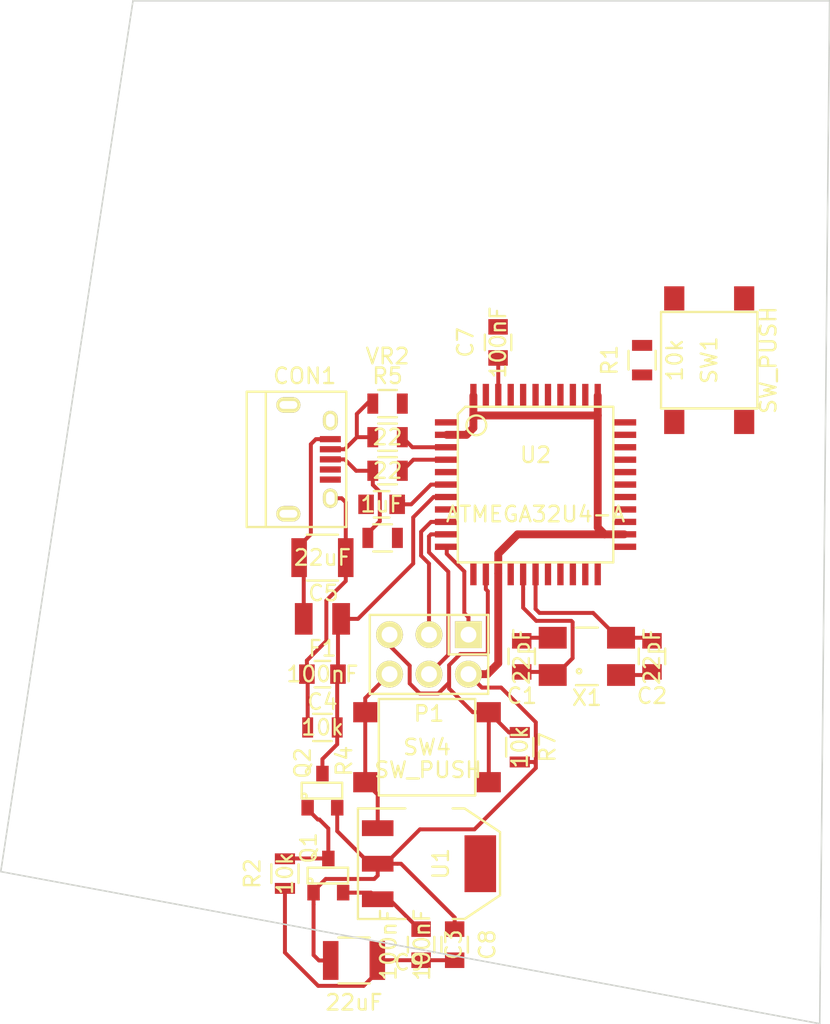
<source format=kicad_pcb>
(kicad_pcb (version 20221018) (generator pcbnew)
  (layers (0 "F.Cu" signal) (31 "B.Cu" signal) (34 "B.Paste" user) (35 "F.Paste" user) (36 "B.SilkS" user "B.Silkscreen") (37 "F.SilkS" user "F.Silkscreen") (38 "B.Mask" user) (39 "F.Mask" user) (44 "Edge.Cuts" user))
  (net 0 "")
  (net 1 "GND")
  (net 2 "/XOSC2")
  (net 3 "/XOSC1")
  (net 4 "/VUSB")
  (net 5 "/USB_VBUS")
  (net 6 "Net-(CON1-Pad2)")
  (net 7 "Net-(CON1-Pad3)")
  (net 8 "Net-(CON1-Pad4)")
  (net 9 "/USB_DM")
  (net 10 "/USB_DP")
  (net 11 "Net-(C6-Pad1)")
  (net 12 "Net-(C7-Pad1)")
  (net 13 "/MISO")
  (net 14 "VCC")
  (net 15 "/SCK")
  (net 16 "/MOSI")
  (net 17 "/nRESET")
  (net 18 "Net-(U2-Pad43)")
  (net 19 "Net-(U2-Pad35)")
  (net 20 "Net-(U2-Pad15)")
  (net 21 "Net-(U2-Pad12)")
  (net 22 "Net-(U2-Pad18)")
  (net 23 "Net-(U2-Pad19)")
  (net 24 "Net-(U2-Pad20)")
  (net 25 "Net-(U2-Pad21)")
  (net 26 "Net-(U2-Pad22)")
  (net 27 "Net-(U2-Pad28)")
  (net 28 "Net-(U2-Pad27)")
  (net 29 "Net-(U2-Pad26)")
  (net 30 "Net-(U2-Pad8)")
  (net 31 "Net-(U2-Pad25)")
  (net 32 "Net-(U2-Pad23)")
  (net 33 "Net-(U2-Pad29)")
  (net 34 "Net-(U2-Pad5)")
  (net 35 "Net-(U2-Pad30)")
  (net 36 "Net-(U2-Pad31)")
  (net 37 "Net-(U2-Pad32)")
  (net 38 "Net-(U2-Pad1)")
  (net 39 "/ADC4")
  (net 40 "/ADC1")
  (net 41 "/ADC0")
  (net 42 "/ADC5")
  (net 43 "/ADC6")
  (net 44 "/ADC7")
  (net 45 "/nDFU")
  (net 46 "+BATT")
  (net 47 "/VIN")
  (footprint "Resistors_SMD:R_0805" (layer "F.Cu") (at 53.213 116.459)
    (fp_text reference "R4" (at 1.397 2.159 90) (layer "F.SilkS"))
    (fp_text value "10k" (at 0 0) (layer "F.SilkS"))
    (fp_line (start -0.6 -0.875) (end 0.6 -0.875) (stroke (width 0.15)) (layer "F.SilkS"))
    (fp_line (start 0.6 0.875) (end -0.6 0.875) (stroke (width 0.15)) (layer "F.SilkS"))
    (pad "1" smd rect (at -0.95 0) (size 0.7 1.3) (layers "F.Cu" "F.Paste" "F.Mask") (net 1 "GND"))
    (pad "2" smd rect (at 0.95 0) (size 0.7 1.3) (layers "F.Cu" "F.Paste" "F.Mask") (net 4 "/VUSB"))
  )
  (footprint "Connect:USB_Micro-B" (layer "F.Cu") (at 53.721 97.917)
    (fp_text reference "CON1" (at -1.651 -4.064) (layer "F.SilkS"))
    (fp_text value "USB-MICRO-B" hide)
    (fp_line (start -5.38 -3.05) (end -5.38 5.65) (stroke (width 0.15)) (layer "F.SilkS"))
    (fp_line (start -5.38 -3.05) (end 1.025 -3.05) (stroke (width 0.15)) (layer "F.SilkS"))
    (fp_line (start -4.15 5.65) (end -4.15 -3.05) (stroke (width 0.15)) (layer "F.SilkS"))
    (fp_line (start 1.025 -3.05) (end 1.025 5.65) (stroke (width 0.15)) (layer "F.SilkS"))
    (fp_line (start 1.025 5.65) (end -5.38 5.65) (stroke (width 0.15)) (layer "F.SilkS"))
    (pad "1" smd rect (at 0 0) (size 1.35 0.4) (layers "F.Cu" "F.Paste" "F.Mask") (net 5 "/USB_VBUS"))
    (pad "2" smd rect (at 0 0.65) (size 1.35 0.4) (layers "F.Cu" "F.Paste" "F.Mask") (net 6 "Net-(CON1-Pad2)"))
    (pad "3" smd rect (at 0 1.3) (size 1.35 0.4) (layers "F.Cu" "F.Paste" "F.Mask") (net 7 "Net-(CON1-Pad3)"))
    (pad "4" smd rect (at 0 1.95) (size 1.35 0.4) (layers "F.Cu" "F.Paste" "F.Mask") (net 8 "Net-(CON1-Pad4)"))
    (pad "5" smd rect (at 0 2.6) (size 1.35 0.4) (layers "F.Cu" "F.Paste" "F.Mask") (net 1 "GND"))
    (pad "6" thru_hole oval (at 0 -1.2) (size 0.95 1.25) (drill oval 0.55 0.85) (layers "*.Cu" "*.Mask" "F.SilkS") (net 1 "GND"))
    (pad "7" thru_hole oval (at 0 3.8) (size 0.95 1.25) (drill oval 0.55 0.85) (layers "*.Cu" "*.Mask" "F.SilkS") (net 1 "GND"))
    (pad "8" thru_hole oval (at -2.7 -2.2) (size 1.55 1) (drill oval 1.15 0.5) (layers "*.Cu" "*.Mask" "F.SilkS") (net 1 "GND"))
    (pad "9" thru_hole oval (at -2.7 4.8) (size 1.55 1) (drill oval 1.15 0.5) (layers "*.Cu" "*.Mask" "F.SilkS") (net 1 "GND"))
  )
  (footprint "Fuse_Holders_and_Fuses:Fuse_SMD1206_Reflow" (layer "F.Cu") (at 53.213 109.474)
    (fp_text reference "F1" (at 0 1.905) (layer "F.SilkS"))
    (fp_text value "FUSE" hide)
    (pad "1" smd rect (at -1.20396 0 90) (size 2.02946 1.14046) (layers "F.Cu" "F.Paste" "F.Mask") (net 5 "/USB_VBUS"))
    (pad "2" smd rect (at 1.20396 0 90) (size 2.02946 1.14046) (layers "F.Cu" "F.Paste" "F.Mask") (net 4 "/VUSB"))
  )
  (footprint "Pin_Headers:Pin_Header_Straight_2x03" (layer "F.Cu") (at 60.071 111.76 180)
    (fp_text reference "P1" (at 0 -3.81 180) (layer "F.SilkS"))
    (fp_text value "CONN_02X03" hide)
    (fp_line (start -3.81 -2.54) (end -3.81 0) (stroke (width 0.15)) (layer "F.SilkS"))
    (fp_line (start -3.81 0) (end -1.27 0) (stroke (width 0.15)) (layer "F.SilkS"))
    (fp_line (start -3.81 2.54) (end -3.81 0) (stroke (width 0.15)) (layer "F.SilkS"))
    (fp_line (start -3.81 2.54) (end 3.81 2.54) (stroke (width 0.15)) (layer "F.SilkS"))
    (fp_line (start -1.27 -2.54) (end -3.81 -2.54) (stroke (width 0.15)) (layer "F.SilkS"))
    (fp_line (start -1.27 0) (end -1.27 2.54) (stroke (width 0.15)) (layer "F.SilkS"))
    (fp_line (start 3.81 -2.54) (end -1.27 -2.54) (stroke (width 0.15)) (layer "F.SilkS"))
    (fp_line (start 3.81 2.54) (end 3.81 -2.54) (stroke (width 0.15)) (layer "F.SilkS"))
    (pad "1" thru_hole rect (at -2.54 1.27 180) (size 1.7272 1.7272) (drill 1.016) (layers "*.Cu" "*.Mask" "F.SilkS") (net 13 "/MISO"))
    (pad "2" thru_hole oval (at -2.54 -1.27 180) (size 1.7272 1.7272) (drill 1.016) (layers "*.Cu" "*.Mask" "F.SilkS") (net 14 "VCC"))
    (pad "3" thru_hole oval (at 0 1.27 180) (size 1.7272 1.7272) (drill 1.016) (layers "*.Cu" "*.Mask" "F.SilkS") (net 15 "/SCK"))
    (pad "4" thru_hole oval (at 0 -1.27 180) (size 1.7272 1.7272) (drill 1.016) (layers "*.Cu" "*.Mask" "F.SilkS") (net 16 "/MOSI"))
    (pad "5" thru_hole oval (at 2.54 1.27 180) (size 1.7272 1.7272) (drill 1.016) (layers "*.Cu" "*.Mask" "F.SilkS") (net 17 "/nRESET"))
    (pad "6" thru_hole oval (at 2.54 -1.27 180) (size 1.7272 1.7272) (drill 1.016) (layers "*.Cu" "*.Mask" "F.SilkS") (net 1 "GND"))
  )
  (footprint "Resistors_SMD:R_0805" (layer "F.Cu") (at 57.404 97.79)
    (fp_text reference "R5" (at 0 -3.937) (layer "F.SilkS"))
    (fp_text value "22" (at 0 0) (layer "F.SilkS"))
    (fp_line (start -0.6 -0.875) (end 0.6 -0.875) (stroke (width 0.15)) (layer "F.SilkS"))
    (fp_line (start 0.6 0.875) (end -0.6 0.875) (stroke (width 0.15)) (layer "F.SilkS"))
    (pad "1" smd rect (at -0.95 0) (size 0.7 1.3) (layers "F.Cu" "F.Paste" "F.Mask") (net 6 "Net-(CON1-Pad2)"))
    (pad "2" smd rect (at 0.95 0) (size 0.7 1.3) (layers "F.Cu" "F.Paste" "F.Mask") (net 9 "/USB_DM"))
  )
  (footprint "Resistors_SMD:R_0805" (layer "F.Cu") (at 57.404 99.949)
    (fp_text reference "R6" hide)
    (fp_text value "22" (at 0 0) (layer "F.SilkS"))
    (fp_line (start -0.6 -0.875) (end 0.6 -0.875) (stroke (width 0.15)) (layer "F.SilkS"))
    (fp_line (start 0.6 0.875) (end -0.6 0.875) (stroke (width 0.15)) (layer "F.SilkS"))
    (pad "1" smd rect (at -0.95 0) (size 0.7 1.3) (layers "F.Cu" "F.Paste" "F.Mask") (net 7 "Net-(CON1-Pad3)"))
    (pad "2" smd rect (at 0.95 0) (size 0.7 1.3) (layers "F.Cu" "F.Paste" "F.Mask") (net 10 "/USB_DP"))
  )
  (footprint "Resistors_SMD:R_0805" (layer "F.Cu") (at 57.404 95.631 180)
    (fp_text reference "VR2" (at 0 3.048 180) (layer "F.SilkS"))
    (fp_text value "CG0603MLC-05E" hide)
    (fp_line (start -0.6 -0.875) (end 0.6 -0.875) (stroke (width 0.15)) (layer "F.SilkS"))
    (fp_line (start 0.6 0.875) (end -0.6 0.875) (stroke (width 0.15)) (layer "F.SilkS"))
    (pad "1" smd rect (at -0.95 0 180) (size 0.7 1.3) (layers "F.Cu" "F.Paste" "F.Mask") (net 1 "GND"))
    (pad "2" smd rect (at 0.95 0 180) (size 0.7 1.3) (layers "F.Cu" "F.Paste" "F.Mask") (net 6 "Net-(CON1-Pad2)"))
  )
  (footprint "Capacitors_SMD:C_1210" (layer "F.Cu") (at 53.213 105.537)
    (fp_text reference "C5" (at 0.0635 2.286) (layer "F.SilkS"))
    (fp_text value "22uF" (at 0 0) (layer "F.SilkS"))
    (fp_line (start -1 1.475) (end 1 1.475) (stroke (width 0.15)) (layer "F.SilkS"))
    (fp_line (start 1 -1.475) (end -1 -1.475) (stroke (width 0.15)) (layer "F.SilkS"))
    (pad "1" smd rect (at -1.5 0) (size 1 2.5) (layers "F.Cu" "F.Paste" "F.Mask") (net 5 "/USB_VBUS"))
    (pad "2" smd rect (at 1.5 0) (size 1 2.5) (layers "F.Cu" "F.Paste" "F.Mask") (net 1 "GND"))
  )
  (footprint "Capacitors_SMD:C_0805" (layer "F.Cu") (at 53.213 113.03 180)
    (fp_text reference "C4" (at 0 -1.778 180) (layer "F.SilkS"))
    (fp_text value "100nF" (at 0 0 180) (layer "F.SilkS"))
    (fp_line (start -0.5 0.85) (end 0.5 0.85) (stroke (width 0.15)) (layer "F.SilkS"))
    (fp_line (start 0.5 -0.85) (end -0.5 -0.85) (stroke (width 0.15)) (layer "F.SilkS"))
    (pad "1" smd rect (at -1 0 180) (size 1 1.25) (layers "F.Cu" "F.Paste" "F.Mask") (net 4 "/VUSB"))
    (pad "2" smd rect (at 1 0 180) (size 1 1.25) (layers "F.Cu" "F.Paste" "F.Mask") (net 1 "GND"))
  )
  (footprint "Capacitors_SMD:C_0805" (layer "F.Cu") (at 64.516 91.694 90)
    (fp_text reference "C7" (at 0 -2.1 90) (layer "F.SilkS"))
    (fp_text value "100nF" (at 0 0 90) (layer "F.SilkS"))
    (fp_line (start -0.5 0.85) (end 0.5 0.85) (stroke (width 0.15)) (layer "F.SilkS"))
    (fp_line (start 0.5 -0.85) (end -0.5 -0.85) (stroke (width 0.15)) (layer "F.SilkS"))
    (pad "1" smd rect (at -1 0 90) (size 1 1.25) (layers "F.Cu" "F.Paste" "F.Mask") (net 12 "Net-(C7-Pad1)"))
    (pad "2" smd rect (at 1 0 90) (size 1 1.25) (layers "F.Cu" "F.Paste" "F.Mask") (net 1 "GND"))
  )
  (footprint "Capacitors_SMD:C_0805" (layer "F.Cu") (at 66.04 111.887 -90)
    (fp_text reference "C1" (at 2.54 0) (layer "F.SilkS"))
    (fp_text value "22pF" (at 0 0 270) (layer "F.SilkS"))
    (fp_line (start -0.5 0.85) (end 0.5 0.85) (stroke (width 0.15)) (layer "F.SilkS"))
    (fp_line (start 0.5 -0.85) (end -0.5 -0.85) (stroke (width 0.15)) (layer "F.SilkS"))
    (pad "1" smd rect (at -1 0 270) (size 1 1.25) (layers "F.Cu" "F.Paste" "F.Mask") (net 1 "GND"))
    (pad "2" smd rect (at 1 0 270) (size 1 1.25) (layers "F.Cu" "F.Paste" "F.Mask") (net 2 "/XOSC2"))
  )
  (footprint "Capacitors_SMD:C_0805" (layer "F.Cu") (at 74.422 111.887 90)
    (fp_text reference "C2" (at -2.54 0 180) (layer "F.SilkS"))
    (fp_text value "22pF" (at 0 0 90) (layer "F.SilkS"))
    (fp_line (start -0.5 0.85) (end 0.5 0.85) (stroke (width 0.15)) (layer "F.SilkS"))
    (fp_line (start 0.5 -0.85) (end -0.5 -0.85) (stroke (width 0.15)) (layer "F.SilkS"))
    (pad "1" smd rect (at -1 0 90) (size 1 1.25) (layers "F.Cu" "F.Paste" "F.Mask") (net 1 "GND"))
    (pad "2" smd rect (at 1 0 90) (size 1 1.25) (layers "F.Cu" "F.Paste" "F.Mask") (net 3 "/XOSC1"))
  )
  (footprint "Crystals:Crystal_SMD_0603_4Pads" (layer "F.Cu") (at 70.231 111.887)
    (fp_text reference "X1" (at 0 2.667) (layer "F.SilkS"))
    (fp_text value "Crystal_SMD_-_4" hide)
    (fp_line (start -0.70104 -1.84912) (end 0.70104 -1.84912) (stroke (width 0.15)) (layer "F.SilkS"))
    (fp_line (start 0.70104 1.84912) (end -0.70104 1.84912) (stroke (width 0.15)) (layer "F.SilkS"))
    (fp_circle (center -0.50038 0.94996) (end -0.39878 1.04902) (stroke (width 0.15)) (fill none) (layer "F.SilkS"))
    (pad "1" smd rect (at -2.19964 1.19888) (size 1.80086 1.39954) (layers "F.Cu" "F.Paste" "F.Mask") (net 2 "/XOSC2"))
    (pad "2" smd rect (at 2.19964 1.19888) (size 1.80086 1.39954) (layers "F.Cu" "F.Paste" "F.Mask") (net 1 "GND"))
    (pad "3" smd rect (at 2.19964 -1.19888) (size 1.80086 1.39954) (layers "F.Cu" "F.Paste" "F.Mask") (net 3 "/XOSC1"))
    (pad "4" smd rect (at -2.19964 -1.19888) (size 1.80086 1.39954) (layers "F.Cu" "F.Paste" "F.Mask") (net 1 "GND"))
  )
  (footprint "Capacitors_SMD:C_0805" (layer "F.Cu") (at 57.023 102.108 180)
    (fp_text reference "C6" hide)
    (fp_text value "1uF" (at 0 0 180) (layer "F.SilkS"))
    (fp_line (start -0.5 0.85) (end 0.5 0.85) (stroke (width 0.15)) (layer "F.SilkS"))
    (fp_line (start 0.5 -0.85) (end -0.5 -0.85) (stroke (width 0.15)) (layer "F.SilkS"))
    (pad "1" smd rect (at -1 0 180) (size 1 1.25) (layers "F.Cu" "F.Paste" "F.Mask") (net 11 "Net-(C6-Pad1)"))
    (pad "2" smd rect (at 1 0 180) (size 1 1.25) (layers "F.Cu" "F.Paste" "F.Mask") (net 1 "GND"))
  )
  (footprint "SMD_Packages:TQFP-44" (layer "F.Cu") (at 66.929 100.838)
    (fp_text reference "U2" (at 0 -1.905) (layer "F.SilkS"))
    (fp_text value "ATMEGA32U4-A" (at 0 1.905) (layer "F.SilkS"))
    (fp_line (start -5.0038 -4.5212) (end -5.0038 5.0038) (stroke (width 0.15)) (layer "F.SilkS"))
    (fp_line (start -5.0038 -4.5212) (end -4.5212 -5.0038) (stroke (width 0.15)) (layer "F.SilkS"))
    (fp_line (start -4.5212 -5.0038) (end 5.0038 -5.0038) (stroke (width 0.15)) (layer "F.SilkS"))
    (fp_line (start 5.0038 -5.0038) (end 5.0038 5.0038) (stroke (width 0.15)) (layer "F.SilkS"))
    (fp_line (start 5.0038 5.0038) (end -5.0038 5.0038) (stroke (width 0.15)) (layer "F.SilkS"))
    (fp_circle (center -3.81 -3.81) (end -3.81 -3.175) (stroke (width 0.15)) (fill none) (layer "F.SilkS"))
    (pad "1" smd rect (at -5.715 -4.0005) (size 1.524 0.4064) (layers "F.Cu" "F.Paste" "F.Mask") (net 38 "Net-(U2-Pad1)"))
    (pad "2" smd rect (at -5.715 -3.2004) (size 1.524 0.4064) (layers "F.Cu" "F.Paste" "F.Mask") (net 14 "VCC"))
    (pad "3" smd rect (at -5.715 -2.4003) (size 1.524 0.4064) (layers "F.Cu" "F.Paste" "F.Mask") (net 9 "/USB_DM"))
    (pad "4" smd rect (at -5.715 -1.6002) (size 1.524 0.4064) (layers "F.Cu" "F.Paste" "F.Mask") (net 10 "/USB_DP"))
    (pad "5" smd rect (at -5.715 -0.8001) (size 1.524 0.4064) (layers "F.Cu" "F.Paste" "F.Mask") (net 34 "Net-(U2-Pad5)"))
    (pad "6" smd rect (at -5.715 0) (size 1.524 0.4064) (layers "F.Cu" "F.Paste" "F.Mask") (net 11 "Net-(C6-Pad1)"))
    (pad "7" smd rect (at -5.715 0.8001) (size 1.524 0.4064) (layers "F.Cu" "F.Paste" "F.Mask") (net 4 "/VUSB"))
    (pad "8" smd rect (at -5.715 1.6002) (size 1.524 0.4064) (layers "F.Cu" "F.Paste" "F.Mask") (net 30 "Net-(U2-Pad8)"))
    (pad "9" smd rect (at -5.715 2.4003) (size 1.524 0.4064) (layers "F.Cu" "F.Paste" "F.Mask") (net 15 "/SCK"))
    (pad "10" smd rect (at -5.715 3.2004) (size 1.524 0.4064) (layers "F.Cu" "F.Paste" "F.Mask") (net 16 "/MOSI"))
    (pad "11" smd rect (at -5.715 4.0005) (size 1.524 0.4064) (layers "F.Cu" "F.Paste" "F.Mask") (net 13 "/MISO"))
    (pad "12" smd rect (at -4.0005 5.715) (size 0.4064 1.524) (layers "F.Cu" "F.Paste" "F.Mask") (net 21 "Net-(U2-Pad12)"))
    (pad "13" smd rect (at -3.2004 5.715) (size 0.4064 1.524) (layers "F.Cu" "F.Paste" "F.Mask") (net 17 "/nRESET"))
    (pad "14" smd rect (at -2.4003 5.715) (size 0.4064 1.524) (layers "F.Cu" "F.Paste" "F.Mask") (net 14 "VCC"))
    (pad "15" smd rect (at -1.6002 5.715) (size 0.4064 1.524) (layers "F.Cu" "F.Paste" "F.Mask") (net 20 "Net-(U2-Pad15)"))
    (pad "16" smd rect (at -0.8001 5.715) (size 0.4064 1.524) (layers "F.Cu" "F.Paste" "F.Mask") (net 2 "/XOSC2"))
    (pad "17" smd rect (at 0 5.715) (size 0.4064 1.524) (layers "F.Cu" "F.Paste" "F.Mask") (net 3 "/XOSC1"))
    (pad "18" smd rect (at 0.8001 5.715) (size 0.4064 1.524) (layers "F.Cu" "F.Paste" "F.Mask") (net 22 "Net-(U2-Pad18)"))
    (pad "19" smd rect (at 1.6002 5.715) (size 0.4064 1.524) (layers "F.Cu" "F.Paste" "F.Mask") (net 23 "Net-(U2-Pad19)"))
    (pad "20" smd rect (at 2.4003 5.715) (size 0.4064 1.524) (layers "F.Cu" "F.Paste" "F.Mask") (net 24 "Net-(U2-Pad20)"))
    (pad "21" smd rect (at 3.2004 5.715) (size 0.4064 1.524) (layers "F.Cu" "F.Paste" "F.Mask") (net 25 "Net-(U2-Pad21)"))
    (pad "22" smd rect (at 4.0005 5.715) (size 0.4064 1.524) (layers "F.Cu" "F.Paste" "F.Mask") (net 26 "Net-(U2-Pad22)"))
    (pad "23" smd rect (at 5.715 4.0005) (size 1.524 0.4064) (layers "F.Cu" "F.Paste" "F.Mask") (net 32 "Net-(U2-Pad23)"))
    (pad "24" smd rect (at 5.715 3.2004) (size 1.524 0.4064) (layers "F.Cu" "F.Paste" "F.Mask") (net 14 "VCC"))
    (pad "25" smd rect (at 5.715 2.4003) (size 1.524 0.4064) (layers "F.Cu" "F.Paste" "F.Mask") (net 31 "Net-(U2-Pad25)"))
    (pad "26" smd rect (at 5.715 1.6002) (size 1.524 0.4064) (layers "F.Cu" "F.Paste" "F.Mask") (net 29 "Net-(U2-Pad26)"))
    (pad "27" smd rect (at 5.715 0.8001) (size 1.524 0.4064) (layers "F.Cu" "F.Paste" "F.Mask") (net 28 "Net-(U2-Pad27)"))
    (pad "28" smd rect (at 5.715 0) (size 1.524 0.4064) (layers "F.Cu" "F.Paste" "F.Mask") (net 27 "Net-(U2-Pad28)"))
    (pad "29" smd rect (at 5.715 -0.8001) (size 1.524 0.4064) (layers "F.Cu" "F.Paste" "F.Mask") (net 33 "Net-(U2-Pad29)"))
    (pad "30" smd rect (at 5.715 -1.6002) (size 1.524 0.4064) (layers "F.Cu" "F.Paste" "F.Mask") (net 35 "Net-(U2-Pad30)"))
    (pad "31" smd rect (at 5.715 -2.4003) (size 1.524 0.4064) (layers "F.Cu" "F.Paste" "F.Mask") (net 36 "Net-(U2-Pad31)"))
    (pad "32" smd rect (at 5.715 -3.2004) (size 1.524 0.4064) (layers "F.Cu" "F.Paste" "F.Mask") (net 37 "Net-(U2-Pad32)"))
    (pad "33" smd rect (at 5.715 -4.0005) (size 1.524 0.4064) (layers "F.Cu" "F.Paste" "F.Mask") (net 45 "/nDFU"))
    (pad "34" smd rect (at 4.0005 -5.715) (size 0.4064 1.524) (layers "F.Cu" "F.Paste" "F.Mask") (net 14 "VCC"))
    (pad "35" smd rect (at 3.2004 -5.715) (size 0.4064 1.524) (layers "F.Cu" "F.Paste" "F.Mask") (net 19 "Net-(U2-Pad35)"))
    (pad "36" smd rect (at 2.4003 -5.715) (size 0.4064 1.524) (layers "F.Cu" "F.Paste" "F.Mask") (net 44 "/ADC7"))
    (pad "37" smd rect (at 1.6002 -5.715) (size 0.4064 1.524) (layers "F.Cu" "F.Paste" "F.Mask") (net 43 "/ADC6"))
    (pad "38" smd rect (at 0.8001 -5.715) (size 0.4064 1.524) (layers "F.Cu" "F.Paste" "F.Mask") (net 42 "/ADC5"))
    (pad "39" smd rect (at 0 -5.715) (size 0.4064 1.524) (layers "F.Cu" "F.Paste" "F.Mask") (net 39 "/ADC4"))
    (pad "40" smd rect (at -0.8001 -5.715) (size 0.4064 1.524) (layers "F.Cu" "F.Paste" "F.Mask") (net 40 "/ADC1"))
    (pad "41" smd rect (at -1.6002 -5.715) (size 0.4064 1.524) (layers "F.Cu" "F.Paste" "F.Mask") (net 41 "/ADC0"))
    (pad "42" smd rect (at -2.4003 -5.715) (size 0.4064 1.524) (layers "F.Cu" "F.Paste" "F.Mask") (net 12 "Net-(C7-Pad1)"))
    (pad "43" smd rect (at -3.2004 -5.715) (size 0.4064 1.524) (layers "F.Cu" "F.Paste" "F.Mask") (net 18 "Net-(U2-Pad43)"))
    (pad "44" smd rect (at -4.0005 -5.715) (size 0.4064 1.524) (layers "F.Cu" "F.Paste" "F.Mask") (net 14 "VCC"))
  )
  (footprint "Resistors_SMD:R_0805" (layer "F.Cu") (at 57.0865 104.267 180)
    (fp_text reference "VR1" hide)
    (fp_text value "CG0603MLC-05E" hide)
    (fp_line (start -0.6 -0.875) (end 0.6 -0.875) (stroke (width 0.15)) (layer "F.SilkS"))
    (fp_line (start 0.6 0.875) (end -0.6 0.875) (stroke (width 0.15)) (layer "F.SilkS"))
    (pad "1" smd rect (at -0.95 0 180) (size 0.7 1.3) (layers "F.Cu" "F.Paste" "F.Mask") (net 1 "GND"))
    (pad "2" smd rect (at 0.95 0 180) (size 0.7 1.3) (layers "F.Cu" "F.Paste" "F.Mask") (net 7 "Net-(CON1-Pad3)"))
  )
  (footprint "Capacitors_SMD:C_0805" (layer "F.Cu") (at 59.563 130.429 -90)
    (fp_text reference "C3" (at 0 -2.1 270) (layer "F.SilkS"))
    (fp_text value "100nF" (at 0 2.1 270) (layer "F.SilkS"))
    (fp_line (start -0.5 0.85) (end 0.5 0.85) (stroke (width 0.15)) (layer "F.SilkS"))
    (fp_line (start 0.5 -0.85) (end -0.5 -0.85) (stroke (width 0.15)) (layer "F.SilkS"))
    (pad "1" smd rect (at -1 0 270) (size 1 1.25) (layers "F.Cu" "F.Paste" "F.Mask") (net 47 "/VIN"))
    (pad "2" smd rect (at 1 0 270) (size 1 1.25) (layers "F.Cu" "F.Paste" "F.Mask") (net 1 "GND"))
  )
  (footprint "Capacitors_SMD:C_0805" (layer "F.Cu") (at 61.722 130.429 -90)
    (fp_text reference "C8" (at 0 -2.1 270) (layer "F.SilkS"))
    (fp_text value "100nF" (at 0 2.1 270) (layer "F.SilkS"))
    (fp_line (start -0.5 0.85) (end 0.5 0.85) (stroke (width 0.15)) (layer "F.SilkS"))
    (fp_line (start 0.5 -0.85) (end -0.5 -0.85) (stroke (width 0.15)) (layer "F.SilkS"))
    (pad "1" smd rect (at -1 0 270) (size 1 1.25) (layers "F.Cu" "F.Paste" "F.Mask") (net 14 "VCC"))
    (pad "2" smd rect (at 1 0 270) (size 1 1.25) (layers "F.Cu" "F.Paste" "F.Mask") (net 1 "GND"))
  )
  (footprint "Capacitors_SMD:C_1210" (layer "F.Cu") (at 55.245 131.445)
    (fp_text reference "C9" (at 3.556 0.127) (layer "F.SilkS"))
    (fp_text value "22uF" (at 0 2.7) (layer "F.SilkS"))
    (fp_line (start -1 1.475) (end 1 1.475) (stroke (width 0.15)) (layer "F.SilkS"))
    (fp_line (start 1 -1.475) (end -1 -1.475) (stroke (width 0.15)) (layer "F.SilkS"))
    (pad "1" smd rect (at -1.5 0) (size 1 2.5) (layers "F.Cu" "F.Paste" "F.Mask") (net 14 "VCC"))
    (pad "2" smd rect (at 1.5 0) (size 1 2.5) (layers "F.Cu" "F.Paste" "F.Mask") (net 1 "GND"))
  )
  (footprint "SMD_Packages:SOT-23" (layer "F.Cu") (at 53.594 125.984)
    (fp_text reference "Q1" (at -1.27 -1.778 270) (layer "F.SilkS"))
    (fp_text value "PMV48XP" hide)
    (fp_line (start -1.3335 -0.508) (end -1.3335 0.508) (stroke (width 0.15)) (layer "F.SilkS"))
    (fp_line (start -1.3335 -0.508) (end 1.27 -0.508) (stroke (width 0.15)) (layer "F.SilkS"))
    (fp_line (start 1.27 -0.508) (end 1.27 0.508) (stroke (width 0.15)) (layer "F.SilkS"))
    (fp_line (start 1.27 0.508) (end -1.3335 0.508) (stroke (width 0.15)) (layer "F.SilkS"))
    (fp_circle (center -1.17602 0.35052) (end -1.30048 0.44958) (stroke (width 0.15)) (fill none) (layer "F.SilkS"))
    (pad "1" smd rect (at -0.9525 1.09982) (size 0.8001 1.00076) (layers "F.Cu" "F.Paste" "F.Mask") (net 14 "VCC"))
    (pad "2" smd rect (at 0.9525 1.09982) (size 0.8001 1.00076) (layers "F.Cu" "F.Paste" "F.Mask") (net 47 "/VIN"))
    (pad "3" smd rect (at 0 -1.09982) (size 0.8001 1.00076) (layers "F.Cu" "F.Paste" "F.Mask") (net 46 "+BATT"))
  )
  (footprint "SMD_Packages:SOT-23" (layer "F.Cu") (at 53.213 120.523)
    (fp_text reference "Q2" (at -1.27 -1.778 90) (layer "F.SilkS"))
    (fp_text value "PMV48XP" hide)
    (fp_line (start -1.3335 -0.508) (end -1.3335 0.508) (stroke (width 0.15)) (layer "F.SilkS"))
    (fp_line (start -1.3335 -0.508) (end 1.27 -0.508) (stroke (width 0.15)) (layer "F.SilkS"))
    (fp_line (start 1.27 -0.508) (end 1.27 0.508) (stroke (width 0.15)) (layer "F.SilkS"))
    (fp_line (start 1.27 0.508) (end -1.3335 0.508) (stroke (width 0.15)) (layer "F.SilkS"))
    (fp_circle (center -1.17602 0.35052) (end -1.30048 0.44958) (stroke (width 0.15)) (fill none) (layer "F.SilkS"))
    (pad "1" smd rect (at -0.9525 1.09982) (size 0.8001 1.00076) (layers "F.Cu" "F.Paste" "F.Mask") (net 46 "+BATT"))
    (pad "2" smd rect (at 0.9525 1.09982) (size 0.8001 1.00076) (layers "F.Cu" "F.Paste" "F.Mask") (net 14 "VCC"))
    (pad "3" smd rect (at 0 -1.09982) (size 0.8001 1.00076) (layers "F.Cu" "F.Paste" "F.Mask") (net 4 "/VUSB"))
  )
  (footprint "Resistors_SMD:R_0805" (layer "F.Cu") (at 73.787 92.837 90)
    (fp_text reference "R1" (at 0 -2.1 90) (layer "F.SilkS"))
    (fp_text value "10k" (at 0 2.1 90) (layer "F.SilkS"))
    (fp_line (start -0.6 -0.875) (end 0.6 -0.875) (stroke (width 0.15)) (layer "F.SilkS"))
    (fp_line (start 0.6 0.875) (end -0.6 0.875) (stroke (width 0.15)) (layer "F.SilkS"))
    (pad "1" smd rect (at -0.95 0 90) (size 0.7 1.3) (layers "F.Cu" "F.Paste" "F.Mask") (net 45 "/nDFU"))
    (pad "2" smd rect (at 0.95 0 90) (size 0.7 1.3) (layers "F.Cu" "F.Paste" "F.Mask") (net 14 "VCC"))
  )
  (footprint "Resistors_SMD:R_0805" (layer "F.Cu") (at 50.8 125.857 90)
    (fp_text reference "R2" (at 0 -2.1 90) (layer "F.SilkS"))
    (fp_text value "10k" (at 0 0 90) (layer "F.SilkS"))
    (fp_line (start -0.6 -0.875) (end 0.6 -0.875) (stroke (width 0.15)) (layer "F.SilkS"))
    (fp_line (start 0.6 0.875) (end -0.6 0.875) (stroke (width 0.15)) (layer "F.SilkS"))
    (pad "1" smd rect (at -0.95 0 90) (size 0.7 1.3) (layers "F.Cu" "F.Paste" "F.Mask") (net 1 "GND"))
    (pad "2" smd rect (at 0.95 0 90) (size 0.7 1.3) (layers "F.Cu" "F.Paste" "F.Mask") (net 46 "+BATT"))
  )
  (footprint "NQBit:SW4" (layer "F.Cu") (at 59.944 117.729)
    (fp_text reference "SW4" (at 0 0) (layer "F.SilkS"))
    (fp_text value "SW_PUSH" (at 0.0635 1.4605) (layer "F.SilkS"))
    (fp_line (start -3.1 -3.1) (end 3.1 -3.1) (stroke (width 0.15)) (layer "F.SilkS"))
    (fp_line (start -3.1 3.1) (end -3.1 -3.1) (stroke (width 0.15)) (layer "F.SilkS"))
    (fp_line (start 3.1 -3.1) (end 3.1 3.1) (stroke (width 0.15)) (layer "F.SilkS"))
    (fp_line (start 3.1 3.1) (end -3.1 3.1) (stroke (width 0.15)) (layer "F.SilkS"))
    (pad "1" smd rect (at -3.975 -2.25) (size 1.55 1.3) (layers "F.Cu" "F.Paste" "F.Mask") (net 1 "GND"))
    (pad "1" smd rect (at -3.975 2.25) (size 1.55 1.3) (layers "F.Cu" "F.Paste" "F.Mask") (net 1 "GND"))
    (pad "2" smd rect (at 3.975 -2.25) (size 1.55 1.3) (layers "F.Cu" "F.Paste" "F.Mask") (net 17 "/nRESET"))
    (pad "2" smd rect (at 3.975 2.25) (size 1.55 1.3) (layers "F.Cu" "F.Paste" "F.Mask") (net 17 "/nRESET"))
  )
  (footprint "Resistors_SMD:R_0805" (layer "F.Cu") (at 65.913 117.729 -90)
    (fp_text reference "R7" (at 0 -1.778 270) (layer "F.SilkS"))
    (fp_text value "10k" (at 0 0 270) (layer "F.SilkS"))
    (fp_line (start -0.6 -0.875) (end 0.6 -0.875) (stroke (width 0.15)) (layer "F.SilkS"))
    (fp_line (start 0.6 0.875) (end -0.6 0.875) (stroke (width 0.15)) (layer "F.SilkS"))
    (pad "1" smd rect (at -0.95 0 270) (size 0.7 1.3) (layers "F.Cu" "F.Paste" "F.Mask") (net 17 "/nRESET"))
    (pad "2" smd rect (at 0.95 0 270) (size 0.7 1.3) (layers "F.Cu" "F.Paste" "F.Mask") (net 14 "VCC"))
  )
  (footprint "NQBit:SW4" (layer "F.Cu") (at 78.105 92.837 -90)
    (fp_text reference "SW1" (at 0 0 270) (layer "F.SilkS"))
    (fp_text value "SW_PUSH" (at 0 -3.81 270) (layer "F.SilkS"))
    (fp_line (start -3.1 -3.1) (end 3.1 -3.1) (stroke (width 0.15)) (layer "F.SilkS"))
    (fp_line (start -3.1 3.1) (end -3.1 -3.1) (stroke (width 0.15)) (layer "F.SilkS"))
    (fp_line (start 3.1 -3.1) (end 3.1 3.1) (stroke (width 0.15)) (layer "F.SilkS"))
    (fp_line (start 3.1 3.1) (end -3.1 3.1) (stroke (width 0.15)) (layer "F.SilkS"))
    (pad "1" smd rect (at -3.975 -2.25 270) (size 1.55 1.3) (layers "F.Cu" "F.Paste" "F.Mask") (net 1 "GND"))
    (pad "1" smd rect (at -3.975 2.25 270) (size 1.55 1.3) (layers "F.Cu" "F.Paste" "F.Mask") (net 1 "GND"))
    (pad "2" smd rect (at 3.975 -2.25 270) (size 1.55 1.3) (layers "F.Cu" "F.Paste" "F.Mask") (net 45 "/nDFU"))
    (pad "2" smd rect (at 3.975 2.25 270) (size 1.55 1.3) (layers "F.Cu" "F.Paste" "F.Mask") (net 45 "/nDFU"))
  )
  (footprint "SMD_Packages:SOT-223" (layer "F.Cu") (at 60.071 125.222 -90)
    (fp_text reference "U1" (at 0 -0.762 270) (layer "F.SilkS"))
    (fp_text value "NCP1117ST50T3G" hide)
    (fp_line (start -3.556 -2.286) (end -2.032 -4.572) (stroke (width 0.15)) (layer "F.SilkS"))
    (fp_line (start -3.556 -1.524) (end -3.556 -2.286) (stroke (width 0.15)) (layer "F.SilkS"))
    (fp_line (start -3.556 1.524) (end -3.556 4.572) (stroke (width 0.15)) (layer "F.SilkS"))
    (fp_line (start -3.556 4.572) (end 3.556 4.572) (stroke (width 0.15)) (layer "F.SilkS"))
    (fp_line (start -2.032 -4.572) (end 2.032 -4.572) (stroke (width 0.15)) (layer "F.SilkS"))
    (fp_line (start 2.032 -4.572) (end 3.556 -2.286) (stroke (width 0.15)) (layer "F.SilkS"))
    (fp_line (start 3.556 -2.286) (end 3.556 -1.524) (stroke (width 0.15)) (layer "F.SilkS"))
    (fp_line (start 3.556 4.572) (end 3.556 1.524) (stroke (width 0.15)) (layer "F.SilkS"))
    (pad "1" smd rect (at -2.286 3.302 270) (size 1.016 2.032) (layers "F.Cu" "F.Paste" "F.Mask") (net 1 "GND"))
    (pad "2" smd rect (at 0 -3.302 270) (size 3.6576 2.032) (layers "F.Cu" "F.Paste" "F.Mask"))
    (pad "2" smd rect (at 0 3.302 270) (size 1.016 2.032) (layers "F.Cu" "F.Paste" "F.Mask") (net 14 "VCC"))
    (pad "3" smd rect (at 2.286 3.302 270) (size 1.016 2.032) (layers "F.Cu" "F.Paste" "F.Mask") (net 47 "/VIN"))
  )
  (gr_line (start 41.021 69.723) (end 32.512 125.73) (stroke (width 0.1)) (layer "Edge.Cuts"))
  (gr_line (start 85.852 69.723) (end 85.217 135.509) (stroke (width 0.1)) (layer "Edge.Cuts"))
  (gr_line (start 41.021 69.723) (end 85.852 69.723) (stroke (width 0.1)) (layer "Edge.Cuts"))
  (gr_line (start 85.217 135.509) (end 32.512 125.73) (stroke (width 0.1)) (layer "Edge.Cuts"))
  (segment (start 54.713 107.041) (end 54.713 105.537) (width 0.254) (layer "F.Cu") (net 1))
  (segment (start 55.969 114.575) (end 57.514 113.03) (width 0.254) (layer "F.Cu") (net 1))
  (segment (start 56.745 132.195) (end 56.745 131.445) (width 0.254) (layer "F.Cu") (net 1))
  (segment (start 52.213 112.151) (end 53.465729 110.898271) (width 0.254) (layer "F.Cu") (net 1))
  (segment (start 72.43064 113.08588) (end 74.22312 113.08588) (width 0.254) (layer "F.Cu") (net 1))
  (segment (start 52.263 116.459) (end 52.263 116.759) (width 0.254) (layer "F.Cu") (net 1))
  (segment (start 52.263 116.459) (end 52.263 113.08) (width 0.254) (layer "F.Cu") (net 1))
  (segment (start 53.465729 108.288271) (end 54.713 107.041) (width 0.254) (layer "F.Cu") (net 1))
  (segment (start 56.761 131.429) (end 56.745 131.445) (width 0.254) (layer "F.Cu") (net 1))
  (segment (start 50.8 126.807) (end 50.8 130.935802) (width 0.254) (layer "F.Cu") (net 1))
  (segment (start 56.769 122.936) (end 56.769 120.779) (width 0.254) (layer "F.Cu") (net 1))
  (segment (start 74.22312 113.08588) (end 74.422 112.887) (width 0.254) (layer "F.Cu") (net 1))
  (segment (start 55.863999 133.076001) (end 56.745 132.195) (width 0.254) (layer "F.Cu") (net 1))
  (segment (start 52.940199 133.076001) (end 55.863999 133.076001) (width 0.254) (layer "F.Cu") (net 1))
  (segment (start 53.465729 110.898271) (end 53.465729 108.288271) (width 0.254) (layer "F.Cu") (net 1))
  (segment (start 56.769 120.779) (end 55.969 119.979) (width 0.254) (layer "F.Cu") (net 1))
  (segment (start 57.514 113.03) (end 57.531 113.03) (width 0.254) (layer "F.Cu") (net 1))
  (segment (start 55.969 115.479) (end 55.969 114.575) (width 0.254) (layer "F.Cu") (net 1))
  (segment (start 54.713 101.98) (end 54.45 101.717) (width 0.254) (layer "F.Cu") (net 1))
  (segment (start 52.213 113.03) (end 52.213 112.151) (width 0.254) (layer "F.Cu") (net 1))
  (segment (start 54.713 105.537) (end 54.713 101.98) (width 0.254) (layer "F.Cu") (net 1))
  (segment (start 54.45 101.717) (end 53.721 101.717) (width 0.254) (layer "F.Cu") (net 1))
  (segment (start 66.23888 110.68812) (end 66.04 110.887) (width 0.254) (layer "F.Cu") (net 1))
  (segment (start 50.8 130.935802) (end 52.940199 133.076001) (width 0.254) (layer "F.Cu") (net 1))
  (segment (start 55.969 119.979) (end 55.969 115.479) (width 0.254) (layer "F.Cu") (net 1))
  (segment (start 52.263 113.08) (end 52.213 113.03) (width 0.254) (layer "F.Cu") (net 1))
  (segment (start 68.03136 110.68812) (end 66.23888 110.68812) (width 0.254) (layer "F.Cu") (net 1))
  (segment (start 59.563 131.429) (end 56.761 131.429) (width 0.254) (layer "F.Cu") (net 1))
  (segment (start 59.563 131.429) (end 61.722 131.429) (width 0.254) (layer "F.Cu") (net 1))
  (segment (start 66.1289 107.569) (end 66.1289 106.553) (width 0.254) (layer "F.Cu") (net 2))
  (segment (start 69.312791 112.005109) (end 69.312791 109.683549) (width 0.254) (layer "F.Cu") (net 2))
  (segment (start 66.1289 108.757334) (end 66.1289 107.569) (width 0.254) (layer "F.Cu") (net 2))
  (segment (start 69.230252 109.60101) (end 66.972575 109.601009) (width 0.254) (layer "F.Cu") (net 2))
  (segment (start 66.04 112.887) (end 67.83248 112.887) (width 0.254) (layer "F.Cu") (net 2))
  (segment (start 68.23202 113.08588) (end 69.312791 112.005109) (width 0.254) (layer "F.Cu") (net 2))
  (segment (start 67.83248 112.887) (end 68.03136 113.08588) (width 0.254) (layer "F.Cu") (net 2))
  (segment (start 68.03136 113.08588) (end 68.23202 113.08588) (width 0.254) (layer "F.Cu") (net 2))
  (segment (start 69.312791 109.683549) (end 69.230252 109.60101) (width 0.254) (layer "F.Cu") (net 2))
  (segment (start 66.972575 109.601009) (end 66.1289 108.757334) (width 0.254) (layer "F.Cu") (net 2))
  (segment (start 66.929 108.839) (end 66.929 106.553) (width 0.254) (layer "F.Cu") (net 3))
  (segment (start 70.63486 109.093) (end 67.183 109.093) (width 0.254) (layer "F.Cu") (net 3))
  (segment (start 67.183 109.093) (end 66.929 108.839) (width 0.254) (layer "F.Cu") (net 3))
  (segment (start 72.43064 110.68812) (end 72.22998 110.68812) (width 0.254) (layer "F.Cu") (net 3))
  (segment (start 72.43064 110.68812) (end 74.22312 110.68812) (width 0.254) (layer "F.Cu") (net 3))
  (segment (start 74.22312 110.68812) (end 74.422 110.887) (width 0.254) (layer "F.Cu") (net 3))
  (segment (start 72.22998 110.68812) (end 70.63486 109.093) (width 0.254) (layer "F.Cu") (net 3))
  (segment (start 54.213 113.03) (end 54.213 109.67796) (width 0.254) (layer "F.Cu") (net 4))
  (segment (start 53.213 119.42318) (end 53.213 118.491) (width 0.254) (layer "F.Cu") (net 4))
  (segment (start 54.163 116.459) (end 54.163 113.08) (width 0.254) (layer "F.Cu") (net 4))
  (segment (start 54.163 113.08) (end 54.213 113.03) (width 0.254) (layer "F.Cu") (net 4))
  (segment (start 60.363098 101.6381) (end 59.054979 102.946219) (width 0.254) (layer "F.Cu") (net 4))
  (segment (start 54.213 109.67796) (end 54.41696 109.474) (width 0.254) (layer "F.Cu") (net 4))
  (segment (start 61.214 101.6381) (end 60.363098 101.6381) (width 0.254) (layer "F.Cu") (net 4))
  (segment (start 55.498958 109.474) (end 54.41696 109.474) (width 0.254) (layer "F.Cu") (net 4))
  (segment (start 53.213 118.491) (end 54.163 117.541) (width 0.254) (layer "F.Cu") (net 4))
  (segment (start 59.054979 105.917979) (end 55.498958 109.474) (width 0.254) (layer "F.Cu") (net 4))
  (segment (start 54.41696 109.474) (end 54.41696 109.0295) (width 0.254) (layer "F.Cu") (net 4))
  (segment (start 54.163 117.541) (end 54.163 116.459) (width 0.254) (layer "F.Cu") (net 4))
  (segment (start 59.054979 102.946219) (end 59.054979 105.917979) (width 0.254) (layer "F.Cu") (net 4))
  (segment (start 53.721 97.917) (end 53.88158 97.917) (width 0.254) (layer "F.Cu") (net 5))
  (segment (start 52.467 104.033) (end 51.713 104.787) (width 0.254) (layer "F.Cu") (net 5))
  (segment (start 51.713 104.787) (end 51.713 105.537) (width 0.254) (layer "F.Cu") (net 5))
  (segment (start 52.00904 105.83304) (end 51.713 105.537) (width 0.254) (layer "F.Cu") (net 5))
  (segment (start 53.721 97.917) (end 52.792 97.917) (width 0.254) (layer "F.Cu") (net 5))
  (segment (start 52.00904 109.474) (end 52.00904 105.83304) (width 0.254) (layer "F.Cu") (net 5))
  (segment (start 52.467 98.242) (end 52.467 104.033) (width 0.254) (layer "F.Cu") (net 5))
  (segment (start 52.792 97.917) (end 52.467 98.242) (width 0.254) (layer "F.Cu") (net 5))
  (segment (start 53.721 98.567) (end 54.65 98.567) (width 0.254) (layer "F.Cu") (net 6))
  (segment (start 55.427 96.292) (end 55.427 97.79) (width 0.254) (layer "F.Cu") (net 6))
  (segment (start 56.454 95.265) (end 55.427 96.292) (width 0.254) (layer "F.Cu") (net 6))
  (segment (start 54.65 98.567) (end 55.427 97.79) (width 0.254) (layer "F.Cu") (net 6))
  (segment (start 55.427 97.79) (end 56.454 97.79) (width 0.254) (layer "F.Cu") (net 6))
  (segment (start 56.904001 103.199499) (end 56.904001 101.303001) (width 0.254) (layer "F.Cu") (net 7))
  (segment (start 55.382 99.949) (end 56.454 99.949) (width 0.254) (layer "F.Cu") (net 7))
  (segment (start 56.1365 104.267) (end 56.1365 103.967) (width 0.254) (layer "F.Cu") (net 7))
  (segment (start 56.1365 103.967) (end 56.904001 103.199499) (width 0.254) (layer "F.Cu") (net 7))
  (segment (start 56.904001 101.303001) (end 56.454 100.853) (width 0.254) (layer "F.Cu") (net 7))
  (segment (start 54.65 99.217) (end 55.382 99.949) (width 0.254) (layer "F.Cu") (net 7))
  (segment (start 56.454 100.853) (end 56.454 99.949) (width 0.254) (layer "F.Cu") (net 7))
  (segment (start 53.721 99.217) (end 54.65 99.217) (width 0.254) (layer "F.Cu") (net 7))
  (segment (start 61.214 98.4377) (end 59.0017 98.4377) (width 0.254) (layer "F.Cu") (net 9))
  (segment (start 59.0017 98.4377) (end 58.354 97.79) (width 0.254) (layer "F.Cu") (net 9))
  (segment (start 61.214 99.2378) (end 59.0652 99.2378) (width 0.254) (layer "F.Cu") (net 10))
  (segment (start 59.0652 99.2378) (end 58.354 99.949) (width 0.254) (layer "F.Cu") (net 10))
  (segment (start 58.928 102.108) (end 58.023 102.108) (width 0.254) (layer "F.Cu") (net 11))
  (segment (start 60.198 100.838) (end 58.928 102.108) (width 0.254) (layer "F.Cu") (net 11))
  (segment (start 61.214 100.838) (end 60.198 100.838) (width 0.254) (layer "F.Cu") (net 11))
  (segment (start 58.404 102.108) (end 58.404 101.838755) (width 0.254) (layer "F.Cu") (net 11))
  (segment (start 64.5287 95.123) (end 64.5287 92.7067) (width 0.254) (layer "F.Cu") (net 12))
  (segment (start 64.5287 92.7067) (end 64.516 92.694) (width 0.254) (layer "F.Cu") (net 12))
  (segment (start 62.344299 106.425999) (end 62.344299 109.105699) (width 0.254) (layer "F.Cu") (net 13))
  (segment (start 60.6552 104.8385) (end 61.214 104.8385) (width 0.254) (layer "F.Cu") (net 13))
  (segment (start 61.214 105.2957) (end 62.344299 106.425999) (width 0.254) (layer "F.Cu") (net 13))
  (segment (start 62.611 109.3724) (end 62.611 110.49) (width 0.254) (layer "F.Cu") (net 13))
  (segment (start 61.214 104.8385) (end 61.214 105.2957) (width 0.254) (layer "F.Cu") (net 13))
  (segment (start 62.344299 109.105699) (end 62.611 109.3724) (width 0.254) (layer "F.Cu") (net 13))
  (segment (start 52.6415 126.98349) (end 52.6415 127.08382) (width 0.254) (layer "F.Cu") (net 14))
  (segment (start 62.611 113.03) (end 63.474599 113.893599) (width 0.254) (layer "F.Cu") (net 14))
  (segment (start 66.944001 116.124199) (end 66.944001 119.064801) (width 0.254) (layer "F.Cu") (net 14))
  (segment (start 58.269 125.222) (end 58.039 125.222) (width 0.254) (layer "F.Cu") (net 14))
  (segment (start 66.944001 118.806001) (end 66.944001 119.064801) (width 0.254) (layer "F.Cu") (net 14))
  (segment (start 72.644 104.0384) (end 71.374 104.0384) (width 0.508) (layer "F.Cu") (net 14))
  (segment (start 71.374 104.0384) (end 70.929499 103.593899) (width 0.508) (layer "F.Cu") (net 14))
  (segment (start 63.832314 113.03) (end 62.611 113.03) (width 0.508) (layer "F.Cu") (net 14))
  (segment (start 70.929499 103.593899) (end 70.929499 96.393001) (width 0.508) (layer "F.Cu") (net 14))
  (segment (start 62.9285 96.393) (end 62.9285 95.123) (width 0.508) (layer "F.Cu") (net 14))
  (segment (start 52.6415 127.8382) (end 52.6415 127.08382) (width 0.254) (layer "F.Cu") (net 14))
  (segment (start 52.6415 131.0955) (end 52.6415 127.8382) (width 0.254) (layer "F.Cu") (net 14))
  (segment (start 61.722 129.429) (end 61.722 128.675) (width 0.254) (layer "F.Cu") (net 14))
  (segment (start 65.7733 104.0384) (end 71.374 104.0384) (width 0.508) (layer "F.Cu") (net 14))
  (segment (start 64.5287 112.333614) (end 63.832314 113.03) (width 0.508) (layer "F.Cu") (net 14))
  (segment (start 61.722 128.675) (end 58.269 125.222) (width 0.254) (layer "F.Cu") (net 14))
  (segment (start 54.1655 121.62282) (end 54.1655 123.1265) (width 0.254) (layer "F.Cu") (net 14))
  (segment (start 62.996603 123.012199) (end 59.486801 123.012199) (width 0.254) (layer "F.Cu") (net 14))
  (segment (start 62.9285 97.1931) (end 62.9285 96.393) (width 0.508) (layer "F.Cu") (net 14))
  (segment (start 56.769 125.984) (end 56.550561 126.202439) (width 0.254) (layer "F.Cu") (net 14))
  (segment (start 54.1655 123.1265) (end 56.261 125.222) (width 0.254) (layer "F.Cu") (net 14))
  (segment (start 53.745 131.445) (end 52.991 131.445) (width 0.254) (layer "F.Cu") (net 14))
  (segment (start 62.928501 96.393001) (end 62.9285 96.393) (width 0.508) (layer "F.Cu") (net 14))
  (segment (start 58.039 125.222) (end 56.769 125.222) (width 0.254) (layer "F.Cu") (net 14))
  (segment (start 66.944001 119.064801) (end 62.996603 123.012199) (width 0.254) (layer "F.Cu") (net 14))
  (segment (start 57.277 125.222) (end 56.769 125.222) (width 0.254) (layer "F.Cu") (net 14))
  (segment (start 70.9295 95.123) (end 70.929499 96.393001) (width 0.508) (layer "F.Cu") (net 14))
  (segment (start 65.913 118.679) (end 66.817 118.679) (width 0.254) (layer "F.Cu") (net 14))
  (segment (start 59.486801 123.012199) (end 57.277 125.222) (width 0.254) (layer "F.Cu") (net 14))
  (segment (start 56.261 125.222) (end 56.769 125.222) (width 0.254) (layer "F.Cu") (net 14))
  (segment (start 64.713401 113.893599) (end 66.944001 116.124199) (width 0.254) (layer "F.Cu") (net 14))
  (segment (start 53.422551 126.202439) (end 52.6415 126.98349) (width 0.254) (layer "F.Cu") (net 14))
  (segment (start 63.474599 113.893599) (end 64.713401 113.893599) (width 0.254) (layer "F.Cu") (net 14))
  (segment (start 62.484 97.6376) (end 62.9285 97.1931) (width 0.508) (layer "F.Cu") (net 14))
  (segment (start 64.5287 106.553) (end 64.5287 105.283) (width 0.508) (layer "F.Cu") (net 14))
  (segment (start 61.214 97.6376) (end 62.484 97.6376) (width 0.508) (layer "F.Cu") (net 14))
  (segment (start 56.550561 126.202439) (end 53.422551 126.202439) (width 0.254) (layer "F.Cu") (net 14))
  (segment (start 52.991 131.445) (end 52.6415 131.0955) (width 0.254) (layer "F.Cu") (net 14))
  (segment (start 64.5287 105.283) (end 65.7733 104.0384) (width 0.508) (layer "F.Cu") (net 14))
  (segment (start 56.769 125.222) (end 56.769 125.984) (width 0.254) (layer "F.Cu") (net 14))
  (segment (start 66.817 118.679) (end 66.944001 118.806001) (width 0.254) (layer "F.Cu") (net 14))
  (segment (start 70.929499 96.393001) (end 62.928501 96.393001) (width 0.508) (layer "F.Cu") (net 14))
  (segment (start 64.5287 106.553) (end 64.5287 112.333614) (width 0.508) (layer "F.Cu") (net 14))
  (segment (start 59.562989 105.409989) (end 60.071 105.918) (width 0.254) (layer "F.Cu") (net 15))
  (segment (start 60.071 105.918) (end 60.071 110.49) (width 0.254) (layer "F.Cu") (net 15))
  (segment (start 60.198 103.2383) (end 59.562989 103.873311) (width 0.254) (layer "F.Cu") (net 15))
  (segment (start 59.562989 103.873311) (end 59.562989 105.409989) (width 0.254) (layer "F.Cu") (net 15))
  (segment (start 61.214 103.2383) (end 60.198 103.2383) (width 0.254) (layer "F.Cu") (net 15))
  (segment (start 60.071 113.03) (end 61.315601 111.785399) (width 0.254) (layer "F.Cu") (net 16))
  (segment (start 61.315601 111.785399) (end 61.315601 106.444167) (width 0.254) (layer "F.Cu") (net 16))
  (segment (start 60.198 104.0384) (end 61.214 104.0384) (width 0.254) (layer "F.Cu") (net 16))
  (segment (start 61.315601 106.444167) (end 60.070999 105.199565) (width 0.254) (layer "F.Cu") (net 16))
  (segment (start 60.070999 104.165401) (end 60.198 104.0384) (width 0.254) (layer "F.Cu") (net 16))
  (segment (start 60.070999 105.199565) (end 60.070999 104.165401) (width 0.254) (layer "F.Cu") (net 16))
  (segment (start 63.855601 107.696001) (end 63.7286 107.569) (width 0.254) (layer "F.Cu") (net 17))
  (segment (start 62.89 115.479) (end 61.366399 113.955399) (width 0.254) (layer "F.Cu") (net 17))
  (segment (start 60.668409 114.274601) (end 61.366399 113.576611) (width 0.254) (layer "F.Cu") (net 17))
  (segment (start 62.084833 111.734601) (end 63.779401 111.734601) (width 0.254) (layer "F.Cu") (net 17))
  (segment (start 58.826399 112.483389) (end 58.826399 113.627409) (width 0.254) (layer "F.Cu") (net 17))
  (segment (start 58.826399 113.627409) (end 59.473591 114.274601) (width 0.254) (layer "F.Cu") (net 17))
  (segment (start 63.779401 111.734601) (end 63.855601 111.658401) (width 0.254) (layer "F.Cu") (net 17))
  (segment (start 61.366399 113.576611) (end 61.366399 112.453035) (width 0.254) (layer "F.Cu") (net 17))
  (segment (start 59.473591 114.274601) (end 60.668409 114.274601) (width 0.254) (layer "F.Cu") (net 17))
  (segment (start 63.855601 111.658401) (end 63.855601 107.696001) (width 0.254) (layer "F.Cu") (net 17))
  (segment (start 57.531 110.49) (end 57.531 111.18799) (width 0.254) (layer "F.Cu") (net 17))
  (segment (start 63.7286 107.569) (end 63.7286 106.553) (width 0.254) (layer "F.Cu") (net 17))
  (segment (start 63.919 115.479) (end 62.89 115.479) (width 0.254) (layer "F.Cu") (net 17))
  (segment (start 65.913 116.779) (end 65.219 116.779) (width 0.254) (layer "F.Cu") (net 17))
  (segment (start 57.531 111.18799) (end 58.826399 112.483389) (width 0.254) (layer "F.Cu") (net 17))
  (segment (start 61.366399 113.955399) (end 61.366399 113.576611) (width 0.254) (layer "F.Cu") (net 17))
  (segment (start 63.919 119.979) (end 63.919 115.479) (width 0.254) (layer "F.Cu") (net 17))
  (segment (start 65.219 116.779) (end 63.919 115.479) (width 0.254) (layer "F.Cu") (net 17))
  (segment (start 61.366399 112.453035) (end 62.084833 111.734601) (width 0.254) (layer "F.Cu") (net 17))
  (segment (start 53.01488 122.3772) (end 52.91455 122.3772) (width 0.254) (layer "F.Cu") (net 46))
  (segment (start 52.91455 122.3772) (end 52.2605 121.72315) (width 0.254) (layer "F.Cu") (net 46))
  (segment (start 53.594 124.88418) (end 50.82282 124.88418) (width 0.254) (layer "F.Cu") (net 46))
  (segment (start 50.82282 124.88418) (end 50.8 124.907) (width 0.254) (layer "F.Cu") (net 46))
  (segment (start 52.2605 121.72315) (end 52.2605 121.62282) (width 0.254) (layer "F.Cu") (net 46))
  (segment (start 53.594 124.88418) (end 53.594 122.95632) (width 0.254) (layer "F.Cu") (net 46))
  (segment (start 53.594 122.95632) (end 53.01488 122.3772) (width 0.254) (layer "F.Cu") (net 46))
  (segment (start 54.5465 127.08382) (end 56.34482 127.08382) (width 0.254) (layer "F.Cu") (net 47))
  (segment (start 59.438 129.429) (end 57.517 127.508) (width 0.254) (layer "F.Cu") (net 47))
  (segment (start 59.563 129.429) (end 59.438 129.429) (width 0.254) (layer "F.Cu") (net 47))
  (segment (start 57.517 127.508) (end 56.769 127.508) (width 0.254) (layer "F.Cu") (net 47))
  (segment (start 56.34482 127.08382) (end 56.769 127.508) (width 0.254) (layer "F.Cu") (net 47))
)
</source>
